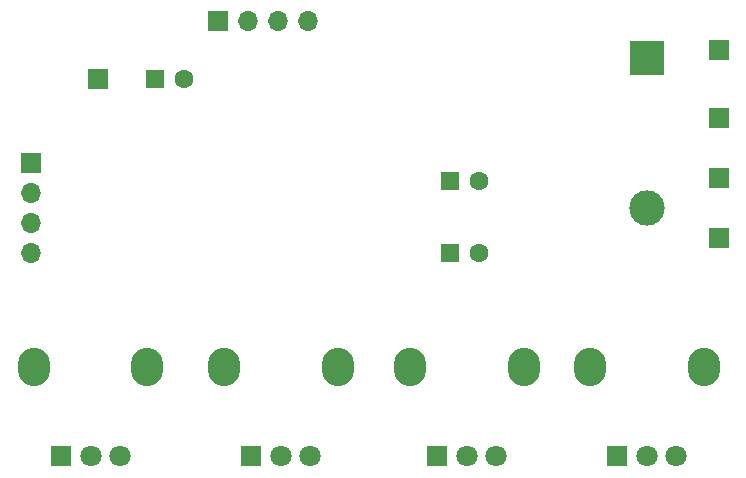
<source format=gbs>
G04 #@! TF.GenerationSoftware,KiCad,Pcbnew,6.0.2-378541a8eb~116~ubuntu21.10.1*
G04 #@! TF.CreationDate,2022-03-02T08:52:49+01:00*
G04 #@! TF.ProjectId,BH,42482e6b-6963-4616-945f-706362585858,rev?*
G04 #@! TF.SameCoordinates,Original*
G04 #@! TF.FileFunction,Soldermask,Bot*
G04 #@! TF.FilePolarity,Negative*
%FSLAX46Y46*%
G04 Gerber Fmt 4.6, Leading zero omitted, Abs format (unit mm)*
G04 Created by KiCad (PCBNEW 6.0.2-378541a8eb~116~ubuntu21.10.1) date 2022-03-02 08:52:49*
%MOMM*%
%LPD*%
G01*
G04 APERTURE LIST*
%ADD10R,1.700000X1.700000*%
%ADD11R,1.600000X1.600000*%
%ADD12C,1.600000*%
%ADD13O,1.700000X1.700000*%
%ADD14O,2.720000X3.240000*%
%ADD15R,1.800000X1.800000*%
%ADD16C,1.800000*%
%ADD17R,3.000000X3.000000*%
%ADD18C,3.000000*%
G04 APERTURE END LIST*
D10*
G04 #@! TO.C,LSP3*
X171196000Y-109220000D03*
G04 #@! TD*
D11*
G04 #@! TO.C,C2*
X123444000Y-100838000D03*
D12*
X125944000Y-100838000D03*
G04 #@! TD*
D10*
G04 #@! TO.C,LSP1*
X171196000Y-98323400D03*
G04 #@! TD*
G04 #@! TO.C,LSP4*
X171196000Y-104140000D03*
G04 #@! TD*
G04 #@! TO.C,JP1*
X113000000Y-107950000D03*
D13*
X113000000Y-110490000D03*
X113000000Y-113030000D03*
X113000000Y-115570000D03*
G04 #@! TD*
D11*
G04 #@! TO.C,C8*
X148400888Y-115570000D03*
D12*
X150900888Y-115570000D03*
G04 #@! TD*
D14*
G04 #@! TO.C,R4*
X138912000Y-125225000D03*
X129312000Y-125225000D03*
D15*
X131612000Y-132725000D03*
D16*
X134112000Y-132725000D03*
X136612000Y-132725000D03*
G04 #@! TD*
D14*
G04 #@! TO.C,R17*
X113200000Y-125225000D03*
X122800000Y-125225000D03*
D15*
X115500000Y-132725000D03*
D16*
X118000000Y-132725000D03*
X120500000Y-132725000D03*
G04 #@! TD*
D14*
G04 #@! TO.C,R15*
X160300000Y-125225000D03*
X169900000Y-125225000D03*
D15*
X162600000Y-132725000D03*
D16*
X165100000Y-132725000D03*
X167600000Y-132725000D03*
G04 #@! TD*
D10*
G04 #@! TO.C,LSP2*
X118618000Y-100838000D03*
G04 #@! TD*
D14*
G04 #@! TO.C,R25*
X145060000Y-125225000D03*
X154660000Y-125225000D03*
D15*
X147360000Y-132725000D03*
D16*
X149860000Y-132725000D03*
X152360000Y-132725000D03*
G04 #@! TD*
D10*
G04 #@! TO.C,LSP5*
X171196000Y-114300000D03*
G04 #@! TD*
G04 #@! TO.C,JP2*
X128778000Y-95885000D03*
D13*
X131318000Y-95885000D03*
X133858000Y-95885000D03*
X136398000Y-95885000D03*
G04 #@! TD*
D11*
G04 #@! TO.C,C11*
X148400888Y-109474000D03*
D12*
X150900888Y-109474000D03*
G04 #@! TD*
D17*
G04 #@! TO.C,BT1*
X165100000Y-99060000D03*
D18*
X165100000Y-111760000D03*
G04 #@! TD*
M02*

</source>
